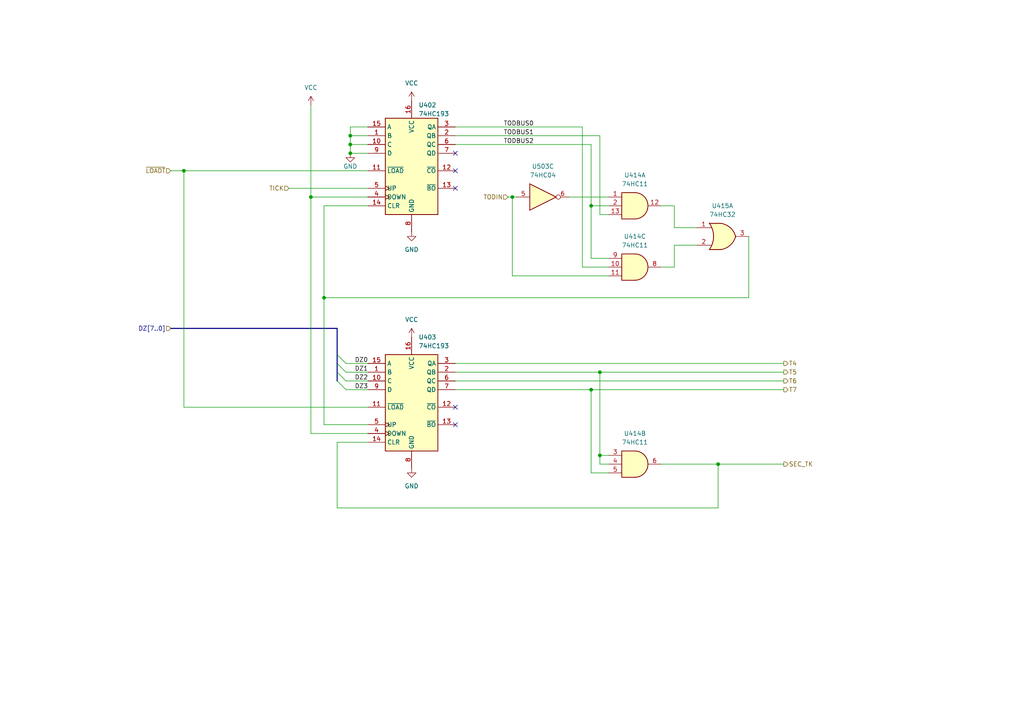
<source format=kicad_sch>
(kicad_sch (version 20211123) (generator eeschema)
  (paper "A4")
  (lib_symbols
    (symbol "74xx:74HC04"
      (property "Reference" "U" (at 0 1.27 0))
      (property "Value" "74HC04" (at 0 -1.27 0))
      (symbol "74HC04_1_0"
        (polyline (pts (xy -3.81 3.81) (xy -3.81 -3.81) (xy 3.81 0) (xy -3.81 3.81)) (stroke (width 0.254)) (fill (type background)))
        (pin input line (at -7.62 0 0) (length 3.81) (name "~") (number "1"))
        (pin output inverted (at 7.62 0 180) (length 3.81) (name "~") (number "2"))
      )
      (symbol "74HC04_2_0"
        (polyline (pts (xy -3.81 3.81) (xy -3.81 -3.81) (xy 3.81 0) (xy -3.81 3.81)) (stroke (width 0.254)) (fill (type background)))
        (pin input line (at -7.62 0 0) (length 3.81) (name "~") (number "3"))
        (pin output inverted (at 7.62 0 180) (length 3.81) (name "~") (number "4"))
      )
      (symbol "74HC04_3_0"
        (polyline (pts (xy -3.81 3.81) (xy -3.81 -3.81) (xy 3.81 0) (xy -3.81 3.81)) (stroke (width 0.254)) (fill (type background)))
        (pin input line (at -7.62 0 0) (length 3.81) (name "~") (number "5"))
        (pin output inverted (at 7.62 0 180) (length 3.81) (name "~") (number "6"))
      )
      (symbol "74HC04_4_0"
        (polyline (pts (xy -3.81 3.81) (xy -3.81 -3.81) (xy 3.81 0) (xy -3.81 3.81)) (stroke (width 0.254)) (fill (type background)))
        (pin output inverted (at 7.62 0 180) (length 3.81) (name "~") (number "8"))
        (pin input line (at -7.62 0 0) (length 3.81) (name "~") (number "9"))
      )
      (symbol "74HC04_5_0"
        (polyline (pts (xy -3.81 3.81) (xy -3.81 -3.81) (xy 3.81 0) (xy -3.81 3.81)) (stroke (width 0.254)) (fill (type background)))
        (pin output inverted (at 7.62 0 180) (length 3.81) (name "~") (number "10"))
        (pin input line (at -7.62 0 0) (length 3.81) (name "~") (number "11"))
      )
      (symbol "74HC04_6_0"
        (polyline (pts (xy -3.81 3.81) (xy -3.81 -3.81) (xy 3.81 0) (xy -3.81 3.81)) (stroke (width 0.254)) (fill (type background)))
        (pin output inverted (at 7.62 0 180) (length 3.81) (name "~") (number "12"))
        (pin input line (at -7.62 0 0) (length 3.81) (name "~") (number "13"))
      )
      (symbol "74HC04_7_0"
        (pin power_in line (at 0 12.7 270) (length 5.08) (name "VCC") (number "14"))
        (pin power_in line (at 0 -12.7 90) (length 5.08) (name "GND") (number "7"))
      )
      (symbol "74HC04_7_1"
        (rectangle (start -5.08 7.62) (end 5.08 -7.62) (stroke (width 0.254)) (fill (type background)))
      )
    )
    (symbol "74xx:74LS11" (pin_names (offset 1.016))
      (property "Reference" "U" (at 0 1.27 0))
      (property "Value" "74LS11" (at 0 -1.27 0))
      (symbol "74LS11_1_1"
        (arc (start 0 -3.81) (mid 3.81 0) (end 0 3.81) (stroke (width 0.254)) (fill (type background)))
        (polyline (pts (xy 0 3.81) (xy -3.81 3.81) (xy -3.81 -3.81) (xy 0 -3.81)) (stroke (width 0.254)) (fill (type background)))
        (pin input line (at -7.62 2.54 0) (length 3.81) (name "~") (number "1"))
        (pin output line (at 7.62 0 180) (length 3.81) (name "~") (number "12"))
        (pin input line (at -7.62 -2.54 0) (length 3.81) (name "~") (number "13"))
        (pin input line (at -7.62 0 0) (length 3.81) (name "~") (number "2"))
      )
      (symbol "74LS11_1_2"
        (arc (start -3.81 -3.81) (mid -2.589 0) (end -3.81 3.81) (stroke (width 0.254)))
        (arc (start -0.6096 -3.81) (mid 2.1842 -2.5851) (end 3.81 0) (stroke (width 0.254)) (fill (type background)))
        (polyline (pts (xy -3.81 -3.81) (xy -0.635 -3.81)) (stroke (width 0.254)) (fill (type background)))
        (polyline (pts (xy -3.81 3.81) (xy -0.635 3.81)) (stroke (width 0.254)) (fill (type background)))
        (polyline (pts (xy -0.635 3.81) (xy -3.81 3.81) (xy -3.81 3.81) (xy -3.556 3.4036) (xy -3.0226 2.2606) (xy -2.6924 1.0414) (xy -2.6162 -0.254) (xy -2.7686 -1.4986) (xy -3.175 -2.7178) (xy -3.81 -3.81) (xy -3.81 -3.81) (xy -0.635 -3.81)) (stroke (width -25.4)) (fill (type background)))
        (arc (start 3.81 0) (mid 2.1915 2.5936) (end -0.6096 3.81) (stroke (width 0.254)) (fill (type background)))
        (pin input inverted (at -7.62 2.54 0) (length 4.318) (name "~") (number "1"))
        (pin output inverted (at 7.62 0 180) (length 3.81) (name "~") (number "12"))
        (pin input inverted (at -7.62 -2.54 0) (length 4.318) (name "~") (number "13"))
        (pin input inverted (at -7.62 0 0) (length 4.953) (name "~") (number "2"))
      )
      (symbol "74LS11_2_1"
        (arc (start 0 -3.81) (mid 3.81 0) (end 0 3.81) (stroke (width 0.254)) (fill (type background)))
        (polyline (pts (xy 0 3.81) (xy -3.81 3.81) (xy -3.81 -3.81) (xy 0 -3.81)) (stroke (width 0.254)) (fill (type background)))
        (pin input line (at -7.62 2.54 0) (length 3.81) (name "~") (number "3"))
        (pin input line (at -7.62 0 0) (length 3.81) (name "~") (number "4"))
        (pin input line (at -7.62 -2.54 0) (length 3.81) (name "~") (number "5"))
        (pin output line (at 7.62 0 180) (length 3.81) (name "~") (number "6"))
      )
      (symbol "74LS11_2_2"
        (arc (start -3.81 -3.81) (mid -2.589 0) (end -3.81 3.81) (stroke (width 0.254)))
        (arc (start -0.6096 -3.81) (mid 2.1842 -2.5851) (end 3.81 0) (stroke (width 0.254)) (fill (type background)))
        (polyline (pts (xy -3.81 -3.81) (xy -0.635 -3.81)) (stroke (width 0.254)) (fill (type background)))
        (polyline (pts (xy -3.81 3.81) (xy -0.635 3.81)) (stroke (width 0.254)) (fill (type background)))
        (polyline (pts (xy -0.635 3.81) (xy -3.81 3.81) (xy -3.81 3.81) (xy -3.556 3.4036) (xy -3.0226 2.2606) (xy -2.6924 1.0414) (xy -2.6162 -0.254) (xy -2.7686 -1.4986) (xy -3.175 -2.7178) (xy -3.81 -3.81) (xy -3.81 -3.81) (xy -0.635 -3.81)) (stroke (width -25.4)) (fill (type background)))
        (arc (start 3.81 0) (mid 2.1915 2.5936) (end -0.6096 3.81) (stroke (width 0.254)) (fill (type background)))
        (pin input inverted (at -7.62 2.54 0) (length 4.318) (name "~") (number "3"))
        (pin input inverted (at -7.62 0 0) (length 4.953) (name "~") (number "4"))
        (pin input inverted (at -7.62 -2.54 0) (length 4.318) (name "~") (number "5"))
        (pin output inverted (at 7.62 0 180) (length 3.81) (name "~") (number "6"))
      )
      (symbol "74LS11_3_1"
        (arc (start 0 -3.81) (mid 3.81 0) (end 0 3.81) (stroke (width 0.254)) (fill (type background)))
        (polyline (pts (xy 0 3.81) (xy -3.81 3.81) (xy -3.81 -3.81) (xy 0 -3.81)) (stroke (width 0.254)) (fill (type background)))
        (pin input line (at -7.62 0 0) (length 3.81) (name "~") (number "10"))
        (pin input line (at -7.62 -2.54 0) (length 3.81) (name "~") (number "11"))
        (pin output line (at 7.62 0 180) (length 3.81) (name "~") (number "8"))
        (pin input line (at -7.62 2.54 0) (length 3.81) (name "~") (number "9"))
      )
      (symbol "74LS11_3_2"
        (arc (start -3.81 -3.81) (mid -2.589 0) (end -3.81 3.81) (stroke (width 0.254)))
        (arc (start -0.6096 -3.81) (mid 2.1842 -2.5851) (end 3.81 0) (stroke (width 0.254)) (fill (type background)))
        (polyline (pts (xy -3.81 -3.81) (xy -0.635 -3.81)) (stroke (width 0.254)) (fill (type background)))
        (polyline (pts (xy -3.81 3.81) (xy -0.635 3.81)) (stroke (width 0.254)) (fill (type background)))
        (polyline (pts (xy -0.635 3.81) (xy -3.81 3.81) (xy -3.81 3.81) (xy -3.556 3.4036) (xy -3.0226 2.2606) (xy -2.6924 1.0414) (xy -2.6162 -0.254) (xy -2.7686 -1.4986) (xy -3.175 -2.7178) (xy -3.81 -3.81) (xy -3.81 -3.81) (xy -0.635 -3.81)) (stroke (width -25.4)) (fill (type background)))
        (arc (start 3.81 0) (mid 2.1915 2.5936) (end -0.6096 3.81) (stroke (width 0.254)) (fill (type background)))
        (pin input inverted (at -7.62 0 0) (length 4.953) (name "~") (number "10"))
        (pin input inverted (at -7.62 -2.54 0) (length 4.318) (name "~") (number "11"))
        (pin output inverted (at 7.62 0 180) (length 3.81) (name "~") (number "8"))
        (pin input inverted (at -7.62 2.54 0) (length 4.318) (name "~") (number "9"))
      )
      (symbol "74LS11_4_0"
        (pin power_in line (at 0 12.7 270) (length 5.08) (name "VCC") (number "14"))
        (pin power_in line (at 0 -12.7 90) (length 5.08) (name "GND") (number "7"))
      )
      (symbol "74LS11_4_1"
        (rectangle (start -5.08 7.62) (end 5.08 -7.62) (stroke (width 0.254)) (fill (type background)))
      )
    )
    (symbol "74xx:74LS193"
      (property "Reference" "U" (at -7.62 13.97 0))
      (property "Value" "74LS193" (at 5.08 13.97 0))
      (symbol "74LS193_1_0"
        (pin input line (at -12.7 7.62 0) (length 5.08) (name "B") (number "1"))
        (pin input line (at -12.7 5.08 0) (length 5.08) (name "C") (number "10"))
        (pin input line (at -12.7 -2.54 0) (length 5.08) (name "~{LOAD}") (number "11"))
        (pin output line (at 12.7 -2.54 180) (length 5.08) (name "~{CO}") (number "12"))
        (pin output line (at 12.7 -7.62 180) (length 5.08) (name "~{BO}") (number "13"))
        (pin input line (at -12.7 -12.7 0) (length 5.08) (name "CLR") (number "14"))
        (pin input line (at -12.7 10.16 0) (length 5.08) (name "A") (number "15"))
        (pin power_in line (at 0 17.78 270) (length 5.08) (name "VCC") (number "16"))
        (pin output line (at 12.7 7.62 180) (length 5.08) (name "QB") (number "2"))
        (pin output line (at 12.7 10.16 180) (length 5.08) (name "QA") (number "3"))
        (pin input clock (at -12.7 -10.16 0) (length 5.08) (name "DOWN") (number "4"))
        (pin input clock (at -12.7 -7.62 0) (length 5.08) (name "UP") (number "5"))
        (pin output line (at 12.7 5.08 180) (length 5.08) (name "QC") (number "6"))
        (pin output line (at 12.7 2.54 180) (length 5.08) (name "QD") (number "7"))
        (pin power_in line (at 0 -20.32 90) (length 5.08) (name "GND") (number "8"))
        (pin input line (at -12.7 2.54 0) (length 5.08) (name "D") (number "9"))
      )
      (symbol "74LS193_1_1"
        (rectangle (start -7.62 12.7) (end 7.62 -15.24) (stroke (width 0.254)) (fill (type background)))
      )
    )
    (symbol "74xx:74LS32" (pin_names (offset 1.016))
      (property "Reference" "U" (at 0 1.27 0))
      (property "Value" "74LS32" (at 0 -1.27 0))
      (symbol "74LS32_1_1"
        (arc (start -3.81 -3.81) (mid -2.589 0) (end -3.81 3.81) (stroke (width 0.254)))
        (arc (start -0.6096 -3.81) (mid 2.1842 -2.5851) (end 3.81 0) (stroke (width 0.254)) (fill (type background)))
        (polyline (pts (xy -3.81 -3.81) (xy -0.635 -3.81)) (stroke (width 0.254)) (fill (type background)))
        (polyline (pts (xy -3.81 3.81) (xy -0.635 3.81)) (stroke (width 0.254)) (fill (type background)))
        (polyline (pts (xy -0.635 3.81) (xy -3.81 3.81) (xy -3.81 3.81) (xy -3.556 3.4036) (xy -3.0226 2.2606) (xy -2.6924 1.0414) (xy -2.6162 -0.254) (xy -2.7686 -1.4986) (xy -3.175 -2.7178) (xy -3.81 -3.81) (xy -3.81 -3.81) (xy -0.635 -3.81)) (stroke (width -25.4)) (fill (type background)))
        (arc (start 3.81 0) (mid 2.1915 2.5936) (end -0.6096 3.81) (stroke (width 0.254)) (fill (type background)))
        (pin input line (at -7.62 2.54 0) (length 4.318) (name "~") (number "1"))
        (pin input line (at -7.62 -2.54 0) (length 4.318) (name "~") (number "2"))
        (pin output line (at 7.62 0 180) (length 3.81) (name "~") (number "3"))
      )
      (symbol "74LS32_1_2"
        (arc (start 0 -3.81) (mid 3.81 0) (end 0 3.81) (stroke (width 0.254)) (fill (type background)))
        (polyline (pts (xy 0 3.81) (xy -3.81 3.81) (xy -3.81 -3.81) (xy 0 -3.81)) (stroke (width 0.254)) (fill (type background)))
        (pin input inverted (at -7.62 2.54 0) (length 3.81) (name "~") (number "1"))
        (pin input inverted (at -7.62 -2.54 0) (length 3.81) (name "~") (number "2"))
        (pin output inverted (at 7.62 0 180) (length 3.81) (name "~") (number "3"))
      )
      (symbol "74LS32_2_1"
        (arc (start -3.81 -3.81) (mid -2.589 0) (end -3.81 3.81) (stroke (width 0.254)))
        (arc (start -0.6096 -3.81) (mid 2.1842 -2.5851) (end 3.81 0) (stroke (width 0.254)) (fill (type background)))
        (polyline (pts (xy -3.81 -3.81) (xy -0.635 -3.81)) (stroke (width 0.254)) (fill (type background)))
        (polyline (pts (xy -3.81 3.81) (xy -0.635 3.81)) (stroke (width 0.254)) (fill (type background)))
        (polyline (pts (xy -0.635 3.81) (xy -3.81 3.81) (xy -3.81 3.81) (xy -3.556 3.4036) (xy -3.0226 2.2606) (xy -2.6924 1.0414) (xy -2.6162 -0.254) (xy -2.7686 -1.4986) (xy -3.175 -2.7178) (xy -3.81 -3.81) (xy -3.81 -3.81) (xy -0.635 -3.81)) (stroke (width -25.4)) (fill (type background)))
        (arc (start 3.81 0) (mid 2.1915 2.5936) (end -0.6096 3.81) (stroke (width 0.254)) (fill (type background)))
        (pin input line (at -7.62 2.54 0) (length 4.318) (name "~") (number "4"))
        (pin input line (at -7.62 -2.54 0) (length 4.318) (name "~") (number "5"))
        (pin output line (at 7.62 0 180) (length 3.81) (name "~") (number "6"))
      )
      (symbol "74LS32_2_2"
        (arc (start 0 -3.81) (mid 3.81 0) (end 0 3.81) (stroke (width 0.254)) (fill (type background)))
        (polyline (pts (xy 0 3.81) (xy -3.81 3.81) (xy -3.81 -3.81) (xy 0 -3.81)) (stroke (width 0.254)) (fill (type background)))
        (pin input inverted (at -7.62 2.54 0) (length 3.81) (name "~") (number "4"))
        (pin input inverted (at -7.62 -2.54 0) (length 3.81) (name "~") (number "5"))
        (pin output inverted (at 7.62 0 180) (length 3.81) (name "~") (number "6"))
      )
      (symbol "74LS32_3_1"
        (arc (start -3.81 -3.81) (mid -2.589 0) (end -3.81 3.81) (stroke (width 0.254)))
        (arc (start -0.6096 -3.81) (mid 2.1842 -2.5851) (end 3.81 0) (stroke (width 0.254)) (fill (type background)))
        (polyline (pts (xy -3.81 -3.81) (xy -0.635 -3.81)) (stroke (width 0.254)) (fill (type background)))
        (polyline (pts (xy -3.81 3.81) (xy -0.635 3.81)) (stroke (width 0.254)) (fill (type background)))
        (polyline (pts (xy -0.635 3.81) (xy -3.81 3.81) (xy -3.81 3.81) (xy -3.556 3.4036) (xy -3.0226 2.2606) (xy -2.6924 1.0414) (xy -2.6162 -0.254) (xy -2.7686 -1.4986) (xy -3.175 -2.7178) (xy -3.81 -3.81) (xy -3.81 -3.81) (xy -0.635 -3.81)) (stroke (width -25.4)) (fill (type background)))
        (arc (start 3.81 0) (mid 2.1915 2.5936) (end -0.6096 3.81) (stroke (width 0.254)) (fill (type background)))
        (pin input line (at -7.62 -2.54 0) (length 4.318) (name "~") (number "10"))
        (pin output line (at 7.62 0 180) (length 3.81) (name "~") (number "8"))
        (pin input line (at -7.62 2.54 0) (length 4.318) (name "~") (number "9"))
      )
      (symbol "74LS32_3_2"
        (arc (start 0 -3.81) (mid 3.81 0) (end 0 3.81) (stroke (width 0.254)) (fill (type background)))
        (polyline (pts (xy 0 3.81) (xy -3.81 3.81) (xy -3.81 -3.81) (xy 0 -3.81)) (stroke (width 0.254)) (fill (type background)))
        (pin input inverted (at -7.62 -2.54 0) (length 3.81) (name "~") (number "10"))
        (pin output inverted (at 7.62 0 180) (length 3.81) (name "~") (number "8"))
        (pin input inverted (at -7.62 2.54 0) (length 3.81) (name "~") (number "9"))
      )
      (symbol "74LS32_4_1"
        (arc (start -3.81 -3.81) (mid -2.589 0) (end -3.81 3.81) (stroke (width 0.254)))
        (arc (start -0.6096 -3.81) (mid 2.1842 -2.5851) (end 3.81 0) (stroke (width 0.254)) (fill (type background)))
        (polyline (pts (xy -3.81 -3.81) (xy -0.635 -3.81)) (stroke (width 0.254)) (fill (type background)))
        (polyline (pts (xy -3.81 3.81) (xy -0.635 3.81)) (stroke (width 0.254)) (fill (type background)))
        (polyline (pts (xy -0.635 3.81) (xy -3.81 3.81) (xy -3.81 3.81) (xy -3.556 3.4036) (xy -3.0226 2.2606) (xy -2.6924 1.0414) (xy -2.6162 -0.254) (xy -2.7686 -1.4986) (xy -3.175 -2.7178) (xy -3.81 -3.81) (xy -3.81 -3.81) (xy -0.635 -3.81)) (stroke (width -25.4)) (fill (type background)))
        (arc (start 3.81 0) (mid 2.1915 2.5936) (end -0.6096 3.81) (stroke (width 0.254)) (fill (type background)))
        (pin output line (at 7.62 0 180) (length 3.81) (name "~") (number "11"))
        (pin input line (at -7.62 2.54 0) (length 4.318) (name "~") (number "12"))
        (pin input line (at -7.62 -2.54 0) (length 4.318) (name "~") (number "13"))
      )
      (symbol "74LS32_4_2"
        (arc (start 0 -3.81) (mid 3.81 0) (end 0 3.81) (stroke (width 0.254)) (fill (type background)))
        (polyline (pts (xy 0 3.81) (xy -3.81 3.81) (xy -3.81 -3.81) (xy 0 -3.81)) (stroke (width 0.254)) (fill (type background)))
        (pin output inverted (at 7.62 0 180) (length 3.81) (name "~") (number "11"))
        (pin input inverted (at -7.62 2.54 0) (length 3.81) (name "~") (number "12"))
        (pin input inverted (at -7.62 -2.54 0) (length 3.81) (name "~") (number "13"))
      )
      (symbol "74LS32_5_0"
        (pin power_in line (at 0 12.7 270) (length 5.08) (name "VCC") (number "14"))
        (pin power_in line (at 0 -12.7 90) (length 5.08) (name "GND") (number "7"))
      )
      (symbol "74LS32_5_1"
        (rectangle (start -5.08 7.62) (end 5.08 -7.62) (stroke (width 0.254)) (fill (type background)))
      )
    )
    (symbol "power:GND" (power) (pin_names (offset 0))
      (property "Value" "GND" (at 0 -3.81 0))
      (symbol "GND_0_1"
        (polyline (pts (xy 0 0) (xy 0 -1.27) (xy 1.27 -1.27) (xy 0 -2.54) (xy -1.27 -1.27) (xy 0 -1.27)))
      )
      (symbol "GND_1_1"
        (pin power_in line (at 0 0 270) (length 0) hide (name "GND") (number "1"))
      )
    )
    (symbol "power:VCC" (power) (pin_names (offset 0))
      (property "Value" "VCC" (at 0 3.81 0))
      (symbol "VCC_0_1"
        (polyline (pts (xy -0.762 1.27) (xy 0 2.54)))
        (polyline (pts (xy 0 0) (xy 0 2.54)))
        (polyline (pts (xy 0 2.54) (xy 0.762 1.27)))
      )
      (symbol "VCC_1_1"
        (pin power_in line (at 0 0 90) (length 0) hide (name "VCC") (number "1"))
      )
    )
  )
  (junction (at 173.99 132.08))
  (junction (at 101.6 39.37))
  (junction (at 208.28 134.62))
  (junction (at 93.98 86.36))
  (junction (at 171.45 113.03))
  (junction (at 101.6 44.45))
  (junction (at 90.17 57.15))
  (junction (at 53.34 49.53))
  (junction (at 148.59 57.15))
  (junction (at 173.99 107.95))
  (junction (at 171.45 59.69))
  (junction (at 101.6 41.91))
  (no_connect (at 132.08 44.45))
  (no_connect (at 132.08 49.53))
  (no_connect (at 132.08 54.61))
  (no_connect (at 132.08 118.11))
  (no_connect (at 132.08 123.19))
  (bus_entry (at 97.79 107.95) (size 2.54 2.54))
  (bus_entry (at 97.79 102.87) (size 2.54 2.54))
  (bus_entry (at 97.79 105.41) (size 2.54 2.54))
  (bus_entry (at 97.79 110.49) (size 2.54 2.54))
  (wire (pts (xy 132.08 39.37) (xy 173.99 39.37)))
  (wire (pts (xy 171.45 41.91) (xy 171.45 59.69)))
  (wire (pts (xy 168.91 36.83) (xy 168.91 77.47)))
  (wire (pts (xy 191.77 77.47) (xy 195.58 77.47)))
  (wire (pts (xy 49.53 49.53) (xy 53.34 49.53)))
  (wire (pts (xy 217.17 68.58) (xy 217.17 86.36)))
  (wire (pts (xy 217.17 86.36) (xy 93.98 86.36)))
  (wire (pts (xy 195.58 59.69) (xy 195.58 66.04)))
  (wire (pts (xy 171.45 74.93) (xy 176.53 74.93)))
  (wire (pts (xy 90.17 125.73) (xy 106.68 125.73)))
  (bus (pts (xy 97.79 95.25) (xy 97.79 102.87)))
  (wire (pts (xy 165.1 57.15) (xy 176.53 57.15)))
  (wire (pts (xy 171.45 137.16) (xy 171.45 113.03)))
  (wire (pts (xy 83.82 54.61) (xy 106.68 54.61)))
  (wire (pts (xy 101.6 39.37) (xy 101.6 41.91)))
  (wire (pts (xy 97.79 128.27) (xy 97.79 147.32)))
  (wire (pts (xy 93.98 59.69) (xy 106.68 59.69)))
  (wire (pts (xy 148.59 57.15) (xy 149.86 57.15)))
  (wire (pts (xy 106.68 57.15) (xy 90.17 57.15)))
  (wire (pts (xy 147.32 57.15) (xy 148.59 57.15)))
  (wire (pts (xy 171.45 59.69) (xy 176.53 59.69)))
  (wire (pts (xy 148.59 80.01) (xy 176.53 80.01)))
  (wire (pts (xy 90.17 30.48) (xy 90.17 57.15)))
  (wire (pts (xy 93.98 86.36) (xy 93.98 59.69)))
  (wire (pts (xy 100.33 110.49) (xy 106.68 110.49)))
  (bus (pts (xy 97.79 105.41) (xy 97.79 107.95)))
  (wire (pts (xy 191.77 59.69) (xy 195.58 59.69)))
  (wire (pts (xy 106.68 41.91) (xy 101.6 41.91)))
  (wire (pts (xy 208.28 134.62) (xy 227.33 134.62)))
  (wire (pts (xy 173.99 62.23) (xy 176.53 62.23)))
  (wire (pts (xy 171.45 113.03) (xy 227.33 113.03)))
  (wire (pts (xy 132.08 105.41) (xy 227.33 105.41)))
  (wire (pts (xy 132.08 107.95) (xy 173.99 107.95)))
  (wire (pts (xy 97.79 147.32) (xy 208.28 147.32)))
  (wire (pts (xy 90.17 57.15) (xy 90.17 125.73)))
  (wire (pts (xy 106.68 39.37) (xy 101.6 39.37)))
  (wire (pts (xy 53.34 49.53) (xy 106.68 49.53)))
  (wire (pts (xy 208.28 147.32) (xy 208.28 134.62)))
  (wire (pts (xy 106.68 118.11) (xy 53.34 118.11)))
  (wire (pts (xy 195.58 66.04) (xy 201.93 66.04)))
  (wire (pts (xy 101.6 44.45) (xy 106.68 44.45)))
  (wire (pts (xy 176.53 137.16) (xy 171.45 137.16)))
  (wire (pts (xy 148.59 57.15) (xy 148.59 80.01)))
  (wire (pts (xy 195.58 71.12) (xy 201.93 71.12)))
  (wire (pts (xy 106.68 123.19) (xy 93.98 123.19)))
  (wire (pts (xy 106.68 128.27) (xy 97.79 128.27)))
  (wire (pts (xy 171.45 59.69) (xy 171.45 74.93)))
  (wire (pts (xy 176.53 132.08) (xy 173.99 132.08)))
  (wire (pts (xy 106.68 36.83) (xy 101.6 36.83)))
  (wire (pts (xy 173.99 134.62) (xy 176.53 134.62)))
  (bus (pts (xy 97.79 107.95) (xy 97.79 110.49)))
  (bus (pts (xy 49.53 95.25) (xy 97.79 95.25)))
  (wire (pts (xy 173.99 39.37) (xy 173.99 62.23)))
  (wire (pts (xy 132.08 36.83) (xy 168.91 36.83)))
  (wire (pts (xy 173.99 132.08) (xy 173.99 107.95)))
  (wire (pts (xy 101.6 36.83) (xy 101.6 39.37)))
  (wire (pts (xy 191.77 134.62) (xy 208.28 134.62)))
  (wire (pts (xy 132.08 110.49) (xy 227.33 110.49)))
  (wire (pts (xy 132.08 41.91) (xy 171.45 41.91)))
  (wire (pts (xy 195.58 77.47) (xy 195.58 71.12)))
  (wire (pts (xy 173.99 132.08) (xy 173.99 134.62)))
  (wire (pts (xy 173.99 107.95) (xy 227.33 107.95)))
  (wire (pts (xy 101.6 41.91) (xy 101.6 44.45)))
  (wire (pts (xy 53.34 118.11) (xy 53.34 49.53)))
  (wire (pts (xy 100.33 113.03) (xy 106.68 113.03)))
  (wire (pts (xy 168.91 77.47) (xy 176.53 77.47)))
  (wire (pts (xy 100.33 107.95) (xy 106.68 107.95)))
  (bus (pts (xy 97.79 102.87) (xy 97.79 105.41)))
  (wire (pts (xy 93.98 123.19) (xy 93.98 86.36)))
  (wire (pts (xy 132.08 113.03) (xy 171.45 113.03)))
  (wire (pts (xy 100.33 105.41) (xy 106.68 105.41)))
  (label "DZ3" (at 102.87 113.03 0))
  (label "DZ0" (at 102.87 105.41 0))
  (label "DZ1" (at 102.87 107.95 0))
  (label "TODBUS0" (at 146.05 36.83 0))
  (label "TODBUS2" (at 146.05 41.91 0))
  (label "DZ2" (at 102.87 110.49 0))
  (label "TODBUS1" (at 146.05 39.37 0))
  (hierarchical_label "T7" (shape output) (at 227.33 113.03 0))
  (hierarchical_label "TICK" (shape input) (at 83.82 54.61 180))
  (hierarchical_label "T4" (shape output) (at 227.33 105.41 0))
  (hierarchical_label "DZ[7..0]" (shape input) (at 49.53 95.25 180))
  (hierarchical_label "TODIN" (shape input) (at 147.32 57.15 180))
  (hierarchical_label "T6" (shape output) (at 227.33 110.49 0))
  (hierarchical_label "~{LOADT}" (shape input) (at 49.53 49.53 180))
  (hierarchical_label "T5" (shape output) (at 227.33 107.95 0))
  (hierarchical_label "SEC_TK" (shape output) (at 227.33 134.62 0))
  (symbol (lib_id "power:VCC") (at 119.38 29.21 0) (unit 1)
    (property "Reference" "#PWR0420" (effects hide))
    (property "Value" "VCC" (at 119.38 24.13 0))
  )
  (symbol (lib_id "power:GND") (at 101.6 44.45 0) (unit 1)
    (property "Reference" "#PWR0419" (effects hide))
    (property "Value" "GND" (at 101.6 48.26 0))
  )
  (symbol (lib_id "power:VCC") (at 119.38 97.79 0) (unit 1)
    (property "Reference" "#PWR0422" (effects hide))
    (property "Value" "VCC" (at 119.38 92.71 0))
  )
  (symbol (lib_id "power:VCC") (at 90.17 30.48 0) (unit 1)
    (property "Reference" "#PWR0418" (effects hide))
    (property "Value" "VCC" (at 90.17 25.4 0))
  )
  (symbol (lib_id "74xx:74LS193") (at 119.38 115.57 0) (unit 1)
    (property "Reference" "U403" (at 121.3994 97.79 0) (effects (justify left)))
    (property "Value" "74HC193" (at 121.3994 100.33 0) (effects (justify left)))
    (property "Footprint" "Package_SO:SOIC-16_3.9x9.9mm_P1.27mm" (effects hide))
    (property "Datasheet" "http://www.ti.com/lit/ds/symlink/sn74ls193.pdf" (effects hide))
  )
  (symbol (lib_id "74xx:74HC04") (at 157.48 57.15 0) (unit 3)
    (property "Reference" "U503" (at 157.48 48.26 0))
    (property "Value" "74HC04" (at 157.48 50.8 0))
    (property "Footprint" "Package_SO:SOIC-14_3.9x8.7mm_P1.27mm" (effects hide))
    (property "Datasheet" "https://assets.nexperia.com/documents/data-sheet/74HC_HCT04.pdf" (effects hide))
  )
  (symbol (lib_id "power:GND") (at 119.38 135.89 0) (unit 1)
    (property "Reference" "#PWR0423" (effects hide))
    (property "Value" "GND" (at 119.38 140.97 0))
  )
  (symbol (lib_id "74xx:74LS32") (at 209.55 68.58 0) (unit 1)
    (property "Reference" "U415" (at 209.55 59.69 0))
    (property "Value" "74HC32" (at 209.55 62.23 0))
    (property "Footprint" "Package_SO:SOIC-14_3.9x8.7mm_P1.27mm" (effects hide))
    (property "Datasheet" "http://www.ti.com/lit/gpn/sn74LS32" (effects hide))
  )
  (symbol (lib_id "74xx:74LS193") (at 119.38 46.99 0) (unit 1)
    (property "Reference" "U402" (at 121.3994 30.48 0) (effects (justify left)))
    (property "Value" "74HC193" (at 121.3994 33.02 0) (effects (justify left)))
    (property "Footprint" "Package_SO:SOIC-16_3.9x9.9mm_P1.27mm" (effects hide))
    (property "Datasheet" "http://www.ti.com/lit/ds/symlink/sn74ls193.pdf" (effects hide))
  )
  (symbol (lib_id "74xx:74LS11") (at 184.15 77.47 0) (unit 3)
    (property "Reference" "U414" (at 184.15 68.58 0))
    (property "Value" "74HC11" (at 184.15 71.12 0))
    (property "Footprint" "Package_SO:SOIC-14_3.9x8.7mm_P1.27mm" (effects hide))
    (property "Datasheet" "http://www.ti.com/lit/gpn/sn74LS11" (effects hide))
  )
  (symbol (lib_id "74xx:74LS11") (at 184.15 59.69 0) (unit 1)
    (property "Reference" "U414" (at 184.15 50.8 0))
    (property "Value" "74HC11" (at 184.15 53.34 0))
    (property "Footprint" "Package_SO:SOIC-14_3.9x8.7mm_P1.27mm" (effects hide))
    (property "Datasheet" "http://www.ti.com/lit/gpn/sn74LS11" (effects hide))
  )
  (symbol (lib_id "power:GND") (at 119.38 67.31 0) (unit 1)
    (property "Reference" "#PWR0421" (effects hide))
    (property "Value" "GND" (at 119.38 72.39 0))
  )
  (symbol (lib_id "74xx:74LS11") (at 184.15 134.62 0) (unit 2)
    (property "Reference" "U414" (at 184.15 125.73 0))
    (property "Value" "74HC11" (at 184.15 128.27 0))
    (property "Footprint" "Package_SO:SOIC-14_3.9x8.7mm_P1.27mm" (effects hide))
    (property "Datasheet" "http://www.ti.com/lit/gpn/sn74LS11" (effects hide))
  )
)
</source>
